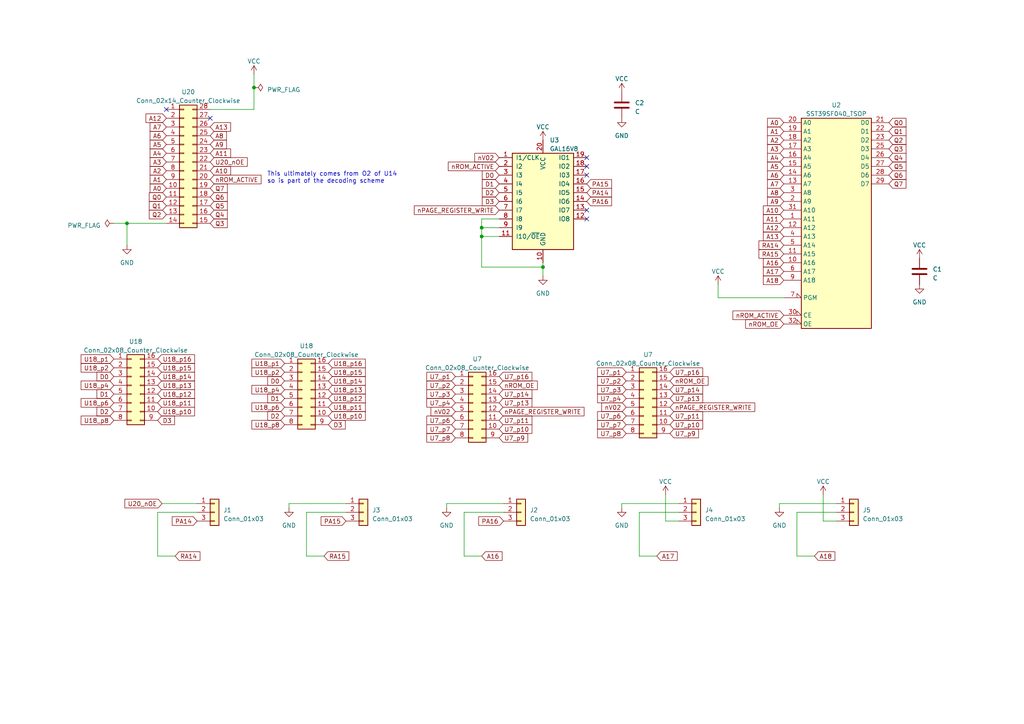
<source format=kicad_sch>
(kicad_sch (version 20230121) (generator eeschema)
  (paper "A4")
  (lib_symbols
    (symbol "CommonProjectLibrary:SST39SF040_TSOP"
      (property "Reference" "U" (at 2.54 33.02 0))
      (property "Value" "SST39SF040_TSOP" (at 0 -30.48 0))
      (symbol "SST39SF040_TSOP_0_0"
        (pin power_in line (at 0 -30.48 90) (length 1.27) hide (name "GND") (number "24"))
        (pin power_in line (at 0 33.02 270) (length 1.27) hide (name "VCC") (number "8"))
      )
      (symbol "SST39SF040_TSOP_0_1"
        (rectangle (start -10.16 31.75) (end 10.16 -29.21) (stroke (width 0.254)) (fill (type background)))
      )
      (symbol "SST39SF040_TSOP_1_1"
        (pin input line (at -15.24 2.54 0) (length 5.08) (name "A11") (number "1"))
        (pin input line (at -15.24 -10.16 0) (length 5.08) (name "A16") (number "10"))
        (pin input line (at -15.24 -7.62 0) (length 5.08) (name "A15") (number "11"))
        (pin input line (at -15.24 0 0) (length 5.08) (name "A12") (number "12"))
        (pin input line (at -15.24 12.7 0) (length 5.08) (name "A7") (number "13"))
        (pin input line (at -15.24 15.24 0) (length 5.08) (name "A6") (number "14"))
        (pin input line (at -15.24 17.78 0) (length 5.08) (name "A5") (number "15"))
        (pin input line (at -15.24 20.32 0) (length 5.08) (name "A4") (number "16"))
        (pin input line (at -15.24 22.86 0) (length 5.08) (name "A3") (number "17"))
        (pin input line (at -15.24 25.4 0) (length 5.08) (name "A2") (number "18"))
        (pin input line (at -15.24 27.94 0) (length 5.08) (name "A1") (number "19"))
        (pin input line (at -15.24 7.62 0) (length 5.08) (name "A9") (number "2"))
        (pin input line (at -15.24 30.48 0) (length 5.08) (name "A0") (number "20"))
        (pin tri_state line (at 15.24 30.48 180) (length 5.08) (name "D0") (number "21"))
        (pin tri_state line (at 15.24 27.94 180) (length 5.08) (name "D1") (number "22"))
        (pin tri_state line (at 15.24 25.4 180) (length 5.08) (name "D2") (number "23"))
        (pin tri_state line (at 15.24 22.86 180) (length 5.08) (name "D3") (number "25"))
        (pin tri_state line (at 15.24 20.32 180) (length 5.08) (name "D4") (number "26"))
        (pin tri_state line (at 15.24 17.78 180) (length 5.08) (name "D5") (number "27"))
        (pin tri_state line (at 15.24 15.24 180) (length 5.08) (name "D6") (number "28"))
        (pin tri_state line (at 15.24 12.7 180) (length 5.08) (name "D7") (number "29"))
        (pin input line (at -15.24 10.16 0) (length 5.08) (name "A8") (number "3"))
        (pin input input_low (at -15.24 -25.4 0) (length 5.08) (name "CE") (number "30"))
        (pin input line (at -15.24 5.08 0) (length 5.08) (name "A10") (number "31"))
        (pin input input_low (at -15.24 -27.94 0) (length 5.08) (name "OE") (number "32"))
        (pin input line (at -15.24 -2.54 0) (length 5.08) (name "A13") (number "4"))
        (pin input line (at -15.24 -5.08 0) (length 5.08) (name "A14") (number "5"))
        (pin input line (at -15.24 -12.7 0) (length 5.08) (name "A17") (number "6"))
        (pin input input_low (at -15.24 -20.32 0) (length 5.08) (name "PGM") (number "7"))
        (pin input line (at -15.24 -15.24 0) (length 5.08) (name "A18") (number "9"))
      )
    )
    (symbol "Connector_Generic:Conn_01x03" (pin_names (offset 1.016) hide)
      (property "Reference" "J" (at 0 5.08 0))
      (property "Value" "Conn_01x03" (at 0 -5.08 0))
      (symbol "Conn_01x03_1_1"
        (rectangle (start -1.27 -2.413) (end 0 -2.667) (stroke (width 0.1524)))
        (rectangle (start -1.27 0.127) (end 0 -0.127) (stroke (width 0.1524)))
        (rectangle (start -1.27 2.667) (end 0 2.413) (stroke (width 0.1524)))
        (rectangle (start -1.27 3.81) (end 1.27 -3.81) (stroke (width 0.254)) (fill (type background)))
        (pin passive line (at -5.08 2.54 0) (length 3.81) (name "Pin_1") (number "1"))
        (pin passive line (at -5.08 0 0) (length 3.81) (name "Pin_2") (number "2"))
        (pin passive line (at -5.08 -2.54 0) (length 3.81) (name "Pin_3") (number "3"))
      )
    )
    (symbol "Connector_Generic:Conn_02x08_Counter_Clockwise" (pin_names (offset 1.016) hide)
      (property "Reference" "J" (at 1.27 10.16 0))
      (property "Value" "Conn_02x08_Counter_Clockwise" (at 1.27 -12.7 0))
      (symbol "Conn_02x08_Counter_Clockwise_1_1"
        (rectangle (start -1.27 -10.033) (end 0 -10.287) (stroke (width 0.1524)))
        (rectangle (start -1.27 -7.493) (end 0 -7.747) (stroke (width 0.1524)))
        (rectangle (start -1.27 -4.953) (end 0 -5.207) (stroke (width 0.1524)))
        (rectangle (start -1.27 -2.413) (end 0 -2.667) (stroke (width 0.1524)))
        (rectangle (start -1.27 0.127) (end 0 -0.127) (stroke (width 0.1524)))
        (rectangle (start -1.27 2.667) (end 0 2.413) (stroke (width 0.1524)))
        (rectangle (start -1.27 5.207) (end 0 4.953) (stroke (width 0.1524)))
        (rectangle (start -1.27 7.747) (end 0 7.493) (stroke (width 0.1524)))
        (rectangle (start -1.27 8.89) (end 3.81 -11.43) (stroke (width 0.254)) (fill (type background)))
        (rectangle (start 3.81 -10.033) (end 2.54 -10.287) (stroke (width 0.1524)))
        (rectangle (start 3.81 -7.493) (end 2.54 -7.747) (stroke (width 0.1524)))
        (rectangle (start 3.81 -4.953) (end 2.54 -5.207) (stroke (width 0.1524)))
        (rectangle (start 3.81 -2.413) (end 2.54 -2.667) (stroke (width 0.1524)))
        (rectangle (start 3.81 0.127) (end 2.54 -0.127) (stroke (width 0.1524)))
        (rectangle (start 3.81 2.667) (end 2.54 2.413) (stroke (width 0.1524)))
        (rectangle (start 3.81 5.207) (end 2.54 4.953) (stroke (width 0.1524)))
        (rectangle (start 3.81 7.747) (end 2.54 7.493) (stroke (width 0.1524)))
        (pin passive line (at -5.08 7.62 0) (length 3.81) (name "Pin_1") (number "1"))
        (pin passive line (at 7.62 -7.62 180) (length 3.81) (name "Pin_10") (number "10"))
        (pin passive line (at 7.62 -5.08 180) (length 3.81) (name "Pin_11") (number "11"))
        (pin passive line (at 7.62 -2.54 180) (length 3.81) (name "Pin_12") (number "12"))
        (pin passive line (at 7.62 0 180) (length 3.81) (name "Pin_13") (number "13"))
        (pin passive line (at 7.62 2.54 180) (length 3.81) (name "Pin_14") (number "14"))
        (pin passive line (at 7.62 5.08 180) (length 3.81) (name "Pin_15") (number "15"))
        (pin passive line (at 7.62 7.62 180) (length 3.81) (name "Pin_16") (number "16"))
        (pin passive line (at -5.08 5.08 0) (length 3.81) (name "Pin_2") (number "2"))
        (pin passive line (at -5.08 2.54 0) (length 3.81) (name "Pin_3") (number "3"))
        (pin passive line (at -5.08 0 0) (length 3.81) (name "Pin_4") (number "4"))
        (pin passive line (at -5.08 -2.54 0) (length 3.81) (name "Pin_5") (number "5"))
        (pin passive line (at -5.08 -5.08 0) (length 3.81) (name "Pin_6") (number "6"))
        (pin passive line (at -5.08 -7.62 0) (length 3.81) (name "Pin_7") (number "7"))
        (pin passive line (at -5.08 -10.16 0) (length 3.81) (name "Pin_8") (number "8"))
        (pin passive line (at 7.62 -10.16 180) (length 3.81) (name "Pin_9") (number "9"))
      )
    )
    (symbol "Connector_Generic:Conn_02x14_Counter_Clockwise" (pin_names (offset 1.016) hide)
      (property "Reference" "J" (at 1.27 17.78 0))
      (property "Value" "Conn_02x14_Counter_Clockwise" (at 1.27 -20.32 0))
      (symbol "Conn_02x14_Counter_Clockwise_1_1"
        (rectangle (start -1.27 -17.653) (end 0 -17.907) (stroke (width 0.1524)))
        (rectangle (start -1.27 -15.113) (end 0 -15.367) (stroke (width 0.1524)))
        (rectangle (start -1.27 -12.573) (end 0 -12.827) (stroke (width 0.1524)))
        (rectangle (start -1.27 -10.033) (end 0 -10.287) (stroke (width 0.1524)))
        (rectangle (start -1.27 -7.493) (end 0 -7.747) (stroke (width 0.1524)))
        (rectangle (start -1.27 -4.953) (end 0 -5.207) (stroke (width 0.1524)))
        (rectangle (start -1.27 -2.413) (end 0 -2.667) (stroke (width 0.1524)))
        (rectangle (start -1.27 0.127) (end 0 -0.127) (stroke (width 0.1524)))
        (rectangle (start -1.27 2.667) (end 0 2.413) (stroke (width 0.1524)))
        (rectangle (start -1.27 5.207) (end 0 4.953) (stroke (width 0.1524)))
        (rectangle (start -1.27 7.747) (end 0 7.493) (stroke (width 0.1524)))
        (rectangle (start -1.27 10.287) (end 0 10.033) (stroke (width 0.1524)))
        (rectangle (start -1.27 12.827) (end 0 12.573) (stroke (width 0.1524)))
        (rectangle (start -1.27 15.367) (end 0 15.113) (stroke (width 0.1524)))
        (rectangle (start -1.27 16.51) (end 3.81 -19.05) (stroke (width 0.254)) (fill (type background)))
        (rectangle (start 3.81 -17.653) (end 2.54 -17.907) (stroke (width 0.1524)))
        (rectangle (start 3.81 -15.113) (end 2.54 -15.367) (stroke (width 0.1524)))
        (rectangle (start 3.81 -12.573) (end 2.54 -12.827) (stroke (width 0.1524)))
        (rectangle (start 3.81 -10.033) (end 2.54 -10.287) (stroke (width 0.1524)))
        (rectangle (start 3.81 -7.493) (end 2.54 -7.747) (stroke (width 0.1524)))
        (rectangle (start 3.81 -4.953) (end 2.54 -5.207) (stroke (width 0.1524)))
        (rectangle (start 3.81 -2.413) (end 2.54 -2.667) (stroke (width 0.1524)))
        (rectangle (start 3.81 0.127) (end 2.54 -0.127) (stroke (width 0.1524)))
        (rectangle (start 3.81 2.667) (end 2.54 2.413) (stroke (width 0.1524)))
        (rectangle (start 3.81 5.207) (end 2.54 4.953) (stroke (width 0.1524)))
        (rectangle (start 3.81 7.747) (end 2.54 7.493) (stroke (width 0.1524)))
        (rectangle (start 3.81 10.287) (end 2.54 10.033) (stroke (width 0.1524)))
        (rectangle (start 3.81 12.827) (end 2.54 12.573) (stroke (width 0.1524)))
        (rectangle (start 3.81 15.367) (end 2.54 15.113) (stroke (width 0.1524)))
        (pin passive line (at -5.08 15.24 0) (length 3.81) (name "Pin_1") (number "1"))
        (pin passive line (at -5.08 -7.62 0) (length 3.81) (name "Pin_10") (number "10"))
        (pin passive line (at -5.08 -10.16 0) (length 3.81) (name "Pin_11") (number "11"))
        (pin passive line (at -5.08 -12.7 0) (length 3.81) (name "Pin_12") (number "12"))
        (pin passive line (at -5.08 -15.24 0) (length 3.81) (name "Pin_13") (number "13"))
        (pin passive line (at -5.08 -17.78 0) (length 3.81) (name "Pin_14") (number "14"))
        (pin passive line (at 7.62 -17.78 180) (length 3.81) (name "Pin_15") (number "15"))
        (pin passive line (at 7.62 -15.24 180) (length 3.81) (name "Pin_16") (number "16"))
        (pin passive line (at 7.62 -12.7 180) (length 3.81) (name "Pin_17") (number "17"))
        (pin passive line (at 7.62 -10.16 180) (length 3.81) (name "Pin_18") (number "18"))
        (pin passive line (at 7.62 -7.62 180) (length 3.81) (name "Pin_19") (number "19"))
        (pin passive line (at -5.08 12.7 0) (length 3.81) (name "Pin_2") (number "2"))
        (pin passive line (at 7.62 -5.08 180) (length 3.81) (name "Pin_20") (number "20"))
        (pin passive line (at 7.62 -2.54 180) (length 3.81) (name "Pin_21") (number "21"))
        (pin passive line (at 7.62 0 180) (length 3.81) (name "Pin_22") (number "22"))
        (pin passive line (at 7.62 2.54 180) (length 3.81) (name "Pin_23") (number "23"))
        (pin passive line (at 7.62 5.08 180) (length 3.81) (name "Pin_24") (number "24"))
        (pin passive line (at 7.62 7.62 180) (length 3.81) (name "Pin_25") (number "25"))
        (pin passive line (at 7.62 10.16 180) (length 3.81) (name "Pin_26") (number "26"))
        (pin passive line (at 7.62 12.7 180) (length 3.81) (name "Pin_27") (number "27"))
        (pin passive line (at 7.62 15.24 180) (length 3.81) (name "Pin_28") (number "28"))
        (pin passive line (at -5.08 10.16 0) (length 3.81) (name "Pin_3") (number "3"))
        (pin passive line (at -5.08 7.62 0) (length 3.81) (name "Pin_4") (number "4"))
        (pin passive line (at -5.08 5.08 0) (length 3.81) (name "Pin_5") (number "5"))
        (pin passive line (at -5.08 2.54 0) (length 3.81) (name "Pin_6") (number "6"))
        (pin passive line (at -5.08 0 0) (length 3.81) (name "Pin_7") (number "7"))
        (pin passive line (at -5.08 -2.54 0) (length 3.81) (name "Pin_8") (number "8"))
        (pin passive line (at -5.08 -5.08 0) (length 3.81) (name "Pin_9") (number "9"))
      )
    )
    (symbol "Device:C" (pin_numbers hide) (pin_names (offset 0.254))
      (property "Reference" "C" (at 0.635 2.54 0))
      (property "Value" "C" (at 0.635 -2.54 0))
      (symbol "C_0_1"
        (polyline (pts (xy -2.032 -0.762) (xy 2.032 -0.762)) (stroke (width 0.508)))
        (polyline (pts (xy -2.032 0.762) (xy 2.032 0.762)) (stroke (width 0.508)))
      )
      (symbol "C_1_1"
        (pin passive line (at 0 3.81 270) (length 2.794) (name "~") (number "1"))
        (pin passive line (at 0 -3.81 90) (length 2.794) (name "~") (number "2"))
      )
    )
    (symbol "Logic_Programmable:GAL16V8" (pin_names (offset 1.016))
      (property "Reference" "U" (at -8.89 16.51 0))
      (property "Value" "GAL16V8" (at 1.27 16.51 0))
      (symbol "GAL16V8_0_0"
        (pin power_in line (at 0 -17.78 90) (length 3.81) (name "GND") (number "10"))
        (pin power_in line (at 0 17.78 270) (length 3.81) (name "VCC") (number "20"))
      )
      (symbol "GAL16V8_0_1"
        (rectangle (start -8.89 13.97) (end 8.89 -13.97) (stroke (width 0.254)) (fill (type background)))
      )
      (symbol "GAL16V8_1_1"
        (pin input line (at -12.7 12.7 0) (length 3.81) (name "I1/CLK") (number "1"))
        (pin input line (at -12.7 -10.16 0) (length 3.81) (name "I10/~{OE}") (number "11"))
        (pin tri_state line (at 12.7 -5.08 180) (length 3.81) (name "IO8") (number "12"))
        (pin tri_state line (at 12.7 -2.54 180) (length 3.81) (name "IO7") (number "13"))
        (pin tri_state line (at 12.7 0 180) (length 3.81) (name "IO6") (number "14"))
        (pin tri_state line (at 12.7 2.54 180) (length 3.81) (name "IO5") (number "15"))
        (pin tri_state line (at 12.7 5.08 180) (length 3.81) (name "IO4") (number "16"))
        (pin tri_state line (at 12.7 7.62 180) (length 3.81) (name "I03") (number "17"))
        (pin tri_state line (at 12.7 10.16 180) (length 3.81) (name "IO2") (number "18"))
        (pin tri_state line (at 12.7 12.7 180) (length 3.81) (name "IO1") (number "19"))
        (pin input line (at -12.7 10.16 0) (length 3.81) (name "I2") (number "2"))
        (pin input line (at -12.7 7.62 0) (length 3.81) (name "I3") (number "3"))
        (pin input line (at -12.7 5.08 0) (length 3.81) (name "I4") (number "4"))
        (pin input line (at -12.7 2.54 0) (length 3.81) (name "I5") (number "5"))
        (pin input line (at -12.7 0 0) (length 3.81) (name "I6") (number "6"))
        (pin input line (at -12.7 -2.54 0) (length 3.81) (name "I7") (number "7"))
        (pin input line (at -12.7 -5.08 0) (length 3.81) (name "I8") (number "8"))
        (pin input line (at -12.7 -7.62 0) (length 3.81) (name "I9") (number "9"))
      )
    )
    (symbol "power:GND" (power) (pin_names (offset 0))
      (property "Value" "GND" (at 0 -3.81 0))
      (symbol "GND_0_1"
        (polyline (pts (xy 0 0) (xy 0 -1.27) (xy 1.27 -1.27) (xy 0 -2.54) (xy -1.27 -1.27) (xy 0 -1.27)))
      )
      (symbol "GND_1_1"
        (pin power_in line (at 0 0 270) (length 0) hide (name "GND") (number "1"))
      )
    )
    (symbol "power:PWR_FLAG" (power) (pin_numbers hide) (pin_names (offset 0) hide)
      (property "Value" "PWR_FLAG" (at 0 3.81 0))
      (symbol "PWR_FLAG_0_0"
        (pin power_out line (at 0 0 90) (length 0) (name "pwr") (number "1"))
      )
      (symbol "PWR_FLAG_0_1"
        (polyline (pts (xy 0 0) (xy 0 1.27) (xy -1.016 1.905) (xy 0 2.54) (xy 1.016 1.905) (xy 0 1.27)))
      )
    )
    (symbol "power:VCC" (power) (pin_names (offset 0))
      (property "Value" "VCC" (at 0 3.81 0))
      (symbol "VCC_0_1"
        (polyline (pts (xy -0.762 1.27) (xy 0 2.54)))
        (polyline (pts (xy 0 0) (xy 0 2.54)))
        (polyline (pts (xy 0 2.54) (xy 0.762 1.27)))
      )
      (symbol "VCC_1_1"
        (pin power_in line (at 0 0 90) (length 0) hide (name "VCC") (number "1"))
      )
    )
  )
  (junction (at 73.66 25.4))
  (junction (at 36.83 64.77))
  (junction (at 139.7 68.58))
  (junction (at 139.7 66.04))
  (junction (at 157.48 77.47))
  (no_connect (at 170.18 60.96))
  (no_connect (at 170.18 45.72))
  (no_connect (at 170.18 63.5))
  (no_connect (at 170.18 50.8))
  (no_connect (at 60.96 34.29))
  (no_connect (at 48.26 31.75))
  (no_connect (at 170.18 48.26))
  (wire (pts (xy 129.54 146.05) (xy 129.54 147.32)))
  (wire (pts (xy 83.82 146.05) (xy 100.33 146.05)))
  (wire (pts (xy 146.05 148.59) (xy 134.62 148.59)))
  (wire (pts (xy 60.96 31.75) (xy 73.66 31.75)))
  (wire (pts (xy 144.78 66.04) (xy 139.7 66.04)))
  (wire (pts (xy 227.33 86.36) (xy 208.28 86.36)))
  (wire (pts (xy 157.48 77.47) (xy 157.48 76.2)))
  (wire (pts (xy 196.85 148.59) (xy 185.42 148.59)))
  (wire (pts (xy 100.33 148.59) (xy 88.9 148.59)))
  (wire (pts (xy 139.7 66.04) (xy 139.7 68.58)))
  (wire (pts (xy 144.78 63.5) (xy 139.7 63.5)))
  (wire (pts (xy 238.76 143.51) (xy 238.76 151.13)))
  (wire (pts (xy 33.02 64.77) (xy 36.83 64.77)))
  (wire (pts (xy 57.15 148.59) (xy 45.72 148.59)))
  (wire (pts (xy 231.14 161.29) (xy 236.22 161.29)))
  (wire (pts (xy 134.62 161.29) (xy 139.7 161.29)))
  (wire (pts (xy 46.99 146.05) (xy 57.15 146.05)))
  (wire (pts (xy 134.62 148.59) (xy 134.62 161.29)))
  (wire (pts (xy 139.7 63.5) (xy 139.7 66.04)))
  (wire (pts (xy 45.72 148.59) (xy 45.72 161.29)))
  (wire (pts (xy 193.04 143.51) (xy 193.04 151.13)))
  (wire (pts (xy 180.34 146.05) (xy 196.85 146.05)))
  (wire (pts (xy 157.48 77.47) (xy 157.48 80.01)))
  (wire (pts (xy 226.06 146.05) (xy 226.06 147.32)))
  (wire (pts (xy 208.28 86.36) (xy 208.28 82.55)))
  (wire (pts (xy 185.42 161.29) (xy 190.5 161.29)))
  (wire (pts (xy 73.66 25.4) (xy 73.66 21.59)))
  (wire (pts (xy 73.66 31.75) (xy 73.66 25.4)))
  (wire (pts (xy 193.04 151.13) (xy 196.85 151.13)))
  (wire (pts (xy 88.9 161.29) (xy 93.98 161.29)))
  (wire (pts (xy 242.57 148.59) (xy 231.14 148.59)))
  (wire (pts (xy 139.7 68.58) (xy 139.7 77.47)))
  (wire (pts (xy 36.83 64.77) (xy 36.83 71.12)))
  (wire (pts (xy 185.42 148.59) (xy 185.42 161.29)))
  (wire (pts (xy 238.76 151.13) (xy 242.57 151.13)))
  (wire (pts (xy 180.34 146.05) (xy 180.34 147.32)))
  (wire (pts (xy 129.54 146.05) (xy 146.05 146.05)))
  (wire (pts (xy 45.72 161.29) (xy 50.8 161.29)))
  (wire (pts (xy 144.78 68.58) (xy 139.7 68.58)))
  (wire (pts (xy 231.14 148.59) (xy 231.14 161.29)))
  (wire (pts (xy 48.26 64.77) (xy 36.83 64.77)))
  (wire (pts (xy 139.7 77.47) (xy 157.48 77.47)))
  (wire (pts (xy 88.9 148.59) (xy 88.9 161.29)))
  (wire (pts (xy 83.82 146.05) (xy 83.82 147.32)))
  (wire (pts (xy 226.06 146.05) (xy 242.57 146.05)))
  (text "This ultimately comes from O2 of U14 \nso is part of the decoding scheme" (at 77.47 53.34 0) (effects (font (size 1.27 1.27)) (justify left bottom)))
  (global_label "A6" (shape input) (at 227.33 50.8 180) (property "Intersheetrefs" "${INTERSHEET_REFS}" (effects hide)))
  (global_label "nROM_OE" (shape input) (at 194.31 110.49 0) (property "Intersheetrefs" "${INTERSHEET_REFS}" (effects hide)))
  (global_label "RA14" (shape input) (at 227.33 71.12 180) (property "Intersheetrefs" "${INTERSHEET_REFS}" (effects hide)))
  (global_label "A16" (shape input) (at 227.33 76.2 180) (property "Intersheetrefs" "${INTERSHEET_REFS}" (effects hide)))
  (global_label "RA15" (shape input) (at 227.33 73.66 180) (property "Intersheetrefs" "${INTERSHEET_REFS}" (effects hide)))
  (global_label "U7_p1" (shape input) (at 132.08 109.22 180) (property "Intersheetrefs" "${INTERSHEET_REFS}" (effects hide)))
  (global_label "Q0" (shape input) (at 48.26 57.15 180) (property "Intersheetrefs" "${INTERSHEET_REFS}" (effects hide)))
  (global_label "nV02" (shape input) (at 181.61 118.11 180) (property "Intersheetrefs" "${INTERSHEET_REFS}" (effects hide)))
  (global_label "U7_p7" (shape input) (at 132.08 124.46 180) (property "Intersheetrefs" "${INTERSHEET_REFS}" (effects hide)))
  (global_label "U18_p11" (shape input) (at 95.25 118.11 0) (property "Intersheetrefs" "${INTERSHEET_REFS}" (effects hide)))
  (global_label "U18_p13" (shape input) (at 45.72 111.76 0) (property "Intersheetrefs" "${INTERSHEET_REFS}" (effects hide)))
  (global_label "U18_p16" (shape input) (at 45.72 104.14 0) (property "Intersheetrefs" "${INTERSHEET_REFS}" (effects hide)))
  (global_label "D1" (shape input) (at 144.78 53.34 180) (property "Intersheetrefs" "${INTERSHEET_REFS}" (effects hide)))
  (global_label "Q4" (shape input) (at 257.81 45.72 0) (property "Intersheetrefs" "${INTERSHEET_REFS}" (effects hide)))
  (global_label "D2" (shape input) (at 144.78 55.88 180) (property "Intersheetrefs" "${INTERSHEET_REFS}" (effects hide)))
  (global_label "A17" (shape input) (at 227.33 78.74 180) (property "Intersheetrefs" "${INTERSHEET_REFS}" (effects hide)))
  (global_label "nPAGE_REGISTER_WRITE" (shape input) (at 144.78 60.96 180) (property "Intersheetrefs" "${INTERSHEET_REFS}" (effects hide)))
  (global_label "A12" (shape input) (at 48.26 34.29 180) (property "Intersheetrefs" "${INTERSHEET_REFS}" (effects hide)))
  (global_label "A9" (shape input) (at 60.96 41.91 0) (property "Intersheetrefs" "${INTERSHEET_REFS}" (effects hide)))
  (global_label "D0" (shape input) (at 82.55 110.49 180) (property "Intersheetrefs" "${INTERSHEET_REFS}" (effects hide)))
  (global_label "A3" (shape input) (at 227.33 43.18 180) (property "Intersheetrefs" "${INTERSHEET_REFS}" (effects hide)))
  (global_label "U18_p4" (shape input) (at 82.55 113.03 180) (property "Intersheetrefs" "${INTERSHEET_REFS}" (effects hide)))
  (global_label "U7_p4" (shape input) (at 181.61 115.57 180) (property "Intersheetrefs" "${INTERSHEET_REFS}" (effects hide)))
  (global_label "U7_p14" (shape input) (at 194.31 113.03 0) (property "Intersheetrefs" "${INTERSHEET_REFS}" (effects hide)))
  (global_label "U18_p12" (shape input) (at 45.72 114.3 0) (property "Intersheetrefs" "${INTERSHEET_REFS}" (effects hide)))
  (global_label "Q1" (shape input) (at 48.26 59.69 180) (property "Intersheetrefs" "${INTERSHEET_REFS}" (effects hide)))
  (global_label "Q7" (shape input) (at 257.81 53.34 0) (property "Intersheetrefs" "${INTERSHEET_REFS}" (effects hide)))
  (global_label "U20_nOE" (shape input) (at 46.99 146.05 180) (property "Intersheetrefs" "${INTERSHEET_REFS}" (effects hide)))
  (global_label "U7_p2" (shape input) (at 181.61 110.49 180) (property "Intersheetrefs" "${INTERSHEET_REFS}" (effects hide)))
  (global_label "U7_p16" (shape input) (at 144.78 109.22 0) (property "Intersheetrefs" "${INTERSHEET_REFS}" (effects hide)))
  (global_label "Q1" (shape input) (at 257.81 38.1 0) (property "Intersheetrefs" "${INTERSHEET_REFS}" (effects hide)))
  (global_label "A2" (shape input) (at 48.26 49.53 180) (property "Intersheetrefs" "${INTERSHEET_REFS}" (effects hide)))
  (global_label "A7" (shape input) (at 227.33 53.34 180) (property "Intersheetrefs" "${INTERSHEET_REFS}" (effects hide)))
  (global_label "U18_p6" (shape input) (at 33.02 116.84 180) (property "Intersheetrefs" "${INTERSHEET_REFS}" (effects hide)))
  (global_label "PA16" (shape input) (at 170.18 58.42 0) (property "Intersheetrefs" "${INTERSHEET_REFS}" (effects hide)))
  (global_label "U7_p14" (shape input) (at 144.78 114.3 0) (property "Intersheetrefs" "${INTERSHEET_REFS}" (effects hide)))
  (global_label "A5" (shape input) (at 48.26 41.91 180) (property "Intersheetrefs" "${INTERSHEET_REFS}" (effects hide)))
  (global_label "A8" (shape input) (at 227.33 55.88 180) (property "Intersheetrefs" "${INTERSHEET_REFS}" (effects hide)))
  (global_label "U7_p7" (shape input) (at 181.61 123.19 180) (property "Intersheetrefs" "${INTERSHEET_REFS}" (effects hide)))
  (global_label "U18_p14" (shape input) (at 95.25 110.49 0) (property "Intersheetrefs" "${INTERSHEET_REFS}" (effects hide)))
  (global_label "U7_p11" (shape input) (at 144.78 121.92 0) (property "Intersheetrefs" "${INTERSHEET_REFS}" (effects hide)))
  (global_label "A1" (shape input) (at 48.26 52.07 180) (property "Intersheetrefs" "${INTERSHEET_REFS}" (effects hide)))
  (global_label "U7_p8" (shape input) (at 132.08 127 180) (property "Intersheetrefs" "${INTERSHEET_REFS}" (effects hide)))
  (global_label "nPAGE_REGISTER_WRITE" (shape input) (at 194.31 118.11 0) (property "Intersheetrefs" "${INTERSHEET_REFS}" (effects hide)))
  (global_label "D0" (shape input) (at 144.78 50.8 180) (property "Intersheetrefs" "${INTERSHEET_REFS}" (effects hide)))
  (global_label "A16" (shape input) (at 139.7 161.29 0) (property "Intersheetrefs" "${INTERSHEET_REFS}" (effects hide)))
  (global_label "U18_p10" (shape input) (at 95.25 120.65 0) (property "Intersheetrefs" "${INTERSHEET_REFS}" (effects hide)))
  (global_label "U18_p10" (shape input) (at 45.72 119.38 0) (property "Intersheetrefs" "${INTERSHEET_REFS}" (effects hide)))
  (global_label "D3" (shape input) (at 45.72 121.92 0) (property "Intersheetrefs" "${INTERSHEET_REFS}" (effects hide)))
  (global_label "D1" (shape input) (at 33.02 114.3 180) (property "Intersheetrefs" "${INTERSHEET_REFS}" (effects hide)))
  (global_label "nROM_ACTIVE" (shape input) (at 60.96 52.07 0) (property "Intersheetrefs" "${INTERSHEET_REFS}" (effects hide)))
  (global_label "U18_p2" (shape input) (at 82.55 107.95 180) (property "Intersheetrefs" "${INTERSHEET_REFS}" (effects hide)))
  (global_label "Q4" (shape input) (at 60.96 62.23 0) (property "Intersheetrefs" "${INTERSHEET_REFS}" (effects hide)))
  (global_label "U18_p1" (shape input) (at 82.55 105.41 180) (property "Intersheetrefs" "${INTERSHEET_REFS}" (effects hide)))
  (global_label "A7" (shape input) (at 48.26 36.83 180) (property "Intersheetrefs" "${INTERSHEET_REFS}" (effects hide)))
  (global_label "RA14" (shape input) (at 50.8 161.29 0) (property "Intersheetrefs" "${INTERSHEET_REFS}" (effects hide)))
  (global_label "U7_p1" (shape input) (at 181.61 107.95 180) (property "Intersheetrefs" "${INTERSHEET_REFS}" (effects hide)))
  (global_label "U18_p15" (shape input) (at 45.72 106.68 0) (property "Intersheetrefs" "${INTERSHEET_REFS}" (effects hide)))
  (global_label "U7_p11" (shape input) (at 194.31 120.65 0) (property "Intersheetrefs" "${INTERSHEET_REFS}" (effects hide)))
  (global_label "PA14" (shape input) (at 170.18 55.88 0) (property "Intersheetrefs" "${INTERSHEET_REFS}" (effects hide)))
  (global_label "U18_p13" (shape input) (at 95.25 113.03 0) (property "Intersheetrefs" "${INTERSHEET_REFS}" (effects hide)))
  (global_label "A4" (shape input) (at 48.26 44.45 180) (property "Intersheetrefs" "${INTERSHEET_REFS}" (effects hide)))
  (global_label "U7_p13" (shape input) (at 144.78 116.84 0) (property "Intersheetrefs" "${INTERSHEET_REFS}" (effects hide)))
  (global_label "U18_p11" (shape input) (at 45.72 116.84 0) (property "Intersheetrefs" "${INTERSHEET_REFS}" (effects hide)))
  (global_label "A10" (shape input) (at 60.96 49.53 0) (property "Intersheetrefs" "${INTERSHEET_REFS}" (effects hide)))
  (global_label "A18" (shape input) (at 236.22 161.29 0) (property "Intersheetrefs" "${INTERSHEET_REFS}" (effects hide)))
  (global_label "A17" (shape input) (at 190.5 161.29 0) (property "Intersheetrefs" "${INTERSHEET_REFS}" (effects hide)))
  (global_label "Q7" (shape input) (at 60.96 54.61 0) (property "Intersheetrefs" "${INTERSHEET_REFS}" (effects hide)))
  (global_label "A0" (shape input) (at 48.26 54.61 180) (property "Intersheetrefs" "${INTERSHEET_REFS}" (effects hide)))
  (global_label "U7_p9" (shape input) (at 194.31 125.73 0) (property "Intersheetrefs" "${INTERSHEET_REFS}" (effects hide)))
  (global_label "Q3" (shape input) (at 60.96 64.77 0) (property "Intersheetrefs" "${INTERSHEET_REFS}" (effects hide)))
  (global_label "A8" (shape input) (at 60.96 39.37 0) (property "Intersheetrefs" "${INTERSHEET_REFS}" (effects hide)))
  (global_label "D1" (shape input) (at 82.55 115.57 180) (property "Intersheetrefs" "${INTERSHEET_REFS}" (effects hide)))
  (global_label "Q5" (shape input) (at 60.96 59.69 0) (property "Intersheetrefs" "${INTERSHEET_REFS}" (effects hide)))
  (global_label "PA15" (shape input) (at 170.18 53.34 0) (property "Intersheetrefs" "${INTERSHEET_REFS}" (effects hide)))
  (global_label "U7_p6" (shape input) (at 181.61 120.65 180) (property "Intersheetrefs" "${INTERSHEET_REFS}" (effects hide)))
  (global_label "U20_nOE" (shape input) (at 60.96 46.99 0) (property "Intersheetrefs" "${INTERSHEET_REFS}" (effects hide)))
  (global_label "nROM_ACTIVE" (shape input) (at 227.33 91.44 180) (property "Intersheetrefs" "${INTERSHEET_REFS}" (effects hide)))
  (global_label "U18_p4" (shape input) (at 33.02 111.76 180) (property "Intersheetrefs" "${INTERSHEET_REFS}" (effects hide)))
  (global_label "U7_p2" (shape input) (at 132.08 111.76 180) (property "Intersheetrefs" "${INTERSHEET_REFS}" (effects hide)))
  (global_label "RA15" (shape input) (at 93.98 161.29 0) (property "Intersheetrefs" "${INTERSHEET_REFS}" (effects hide)))
  (global_label "A18" (shape input) (at 227.33 81.28 180) (property "Intersheetrefs" "${INTERSHEET_REFS}" (effects hide)))
  (global_label "Q0" (shape input) (at 257.81 35.56 0) (property "Intersheetrefs" "${INTERSHEET_REFS}" (effects hide)))
  (global_label "A12" (shape input) (at 227.33 66.04 180) (property "Intersheetrefs" "${INTERSHEET_REFS}" (effects hide)))
  (global_label "PA15" (shape input) (at 100.33 151.13 180) (property "Intersheetrefs" "${INTERSHEET_REFS}" (effects hide)))
  (global_label "U18_p15" (shape input) (at 95.25 107.95 0) (property "Intersheetrefs" "${INTERSHEET_REFS}" (effects hide)))
  (global_label "U18_p8" (shape input) (at 82.55 123.19 180) (property "Intersheetrefs" "${INTERSHEET_REFS}" (effects hide)))
  (global_label "PA14" (shape input) (at 57.15 151.13 180) (property "Intersheetrefs" "${INTERSHEET_REFS}" (effects hide)))
  (global_label "nV02" (shape input) (at 144.78 45.72 180) (property "Intersheetrefs" "${INTERSHEET_REFS}" (effects hide)))
  (global_label "U7_p3" (shape input) (at 181.61 113.03 180) (property "Intersheetrefs" "${INTERSHEET_REFS}" (effects hide)))
  (global_label "nROM_ACTIVE" (shape input) (at 144.78 48.26 180) (property "Intersheetrefs" "${INTERSHEET_REFS}" (effects hide)))
  (global_label "Q6" (shape input) (at 60.96 57.15 0) (property "Intersheetrefs" "${INTERSHEET_REFS}" (effects hide)))
  (global_label "A1" (shape input) (at 227.33 38.1 180) (property "Intersheetrefs" "${INTERSHEET_REFS}" (effects hide)))
  (global_label "U18_p1" (shape input) (at 33.02 104.14 180) (property "Intersheetrefs" "${INTERSHEET_REFS}" (effects hide)))
  (global_label "A11" (shape input) (at 227.33 63.5 180) (property "Intersheetrefs" "${INTERSHEET_REFS}" (effects hide)))
  (global_label "D0" (shape input) (at 33.02 109.22 180) (property "Intersheetrefs" "${INTERSHEET_REFS}" (effects hide)))
  (global_label "A13" (shape input) (at 227.33 68.58 180) (property "Intersheetrefs" "${INTERSHEET_REFS}" (effects hide)))
  (global_label "U18_p8" (shape input) (at 33.02 121.92 180) (property "Intersheetrefs" "${INTERSHEET_REFS}" (effects hide)))
  (global_label "A5" (shape input) (at 227.33 48.26 180) (property "Intersheetrefs" "${INTERSHEET_REFS}" (effects hide)))
  (global_label "nROM_OE" (shape input) (at 144.78 111.76 0) (property "Intersheetrefs" "${INTERSHEET_REFS}" (effects hide)))
  (global_label "U7_p4" (shape input) (at 132.08 116.84 180) (property "Intersheetrefs" "${INTERSHEET_REFS}" (effects hide)))
  (global_label "D2" (shape input) (at 82.55 120.65 180) (property "Intersheetrefs" "${INTERSHEET_REFS}" (effects hide)))
  (global_label "Q2" (shape input) (at 48.26 62.23 180) (property "Intersheetrefs" "${INTERSHEET_REFS}" (effects hide)))
  (global_label "U7_p10" (shape input) (at 194.31 123.19 0) (property "Intersheetrefs" "${INTERSHEET_REFS}" (effects hide)))
  (global_label "U18_p6" (shape input) (at 82.55 118.11 180) (property "Intersheetrefs" "${INTERSHEET_REFS}" (effects hide)))
  (global_label "A4" (shape input) (at 227.33 45.72 180) (property "Intersheetrefs" "${INTERSHEET_REFS}" (effects hide)))
  (global_label "Q6" (shape input) (at 257.81 50.8 0) (property "Intersheetrefs" "${INTERSHEET_REFS}" (effects hide)))
  (global_label "Q3" (shape input) (at 257.81 43.18 0) (property "Intersheetrefs" "${INTERSHEET_REFS}" (effects hide)))
  (global_label "A6" (shape input) (at 48.26 39.37 180) (property "Intersheetrefs" "${INTERSHEET_REFS}" (effects hide)))
  (global_label "U7_p10" (shape input) (at 144.78 124.46 0) (property "Intersheetrefs" "${INTERSHEET_REFS}" (effects hide)))
  (global_label "U18_p12" (shape input) (at 95.25 115.57 0) (property "Intersheetrefs" "${INTERSHEET_REFS}" (effects hide)))
  (global_label "A10" (shape input) (at 227.33 60.96 180) (property "Intersheetrefs" "${INTERSHEET_REFS}" (effects hide)))
  (global_label "D3" (shape input) (at 144.78 58.42 180) (property "Intersheetrefs" "${INTERSHEET_REFS}" (effects hide)))
  (global_label "U7_p3" (shape input) (at 132.08 114.3 180) (property "Intersheetrefs" "${INTERSHEET_REFS}" (effects hide)))
  (global_label "A13" (shape input) (at 60.96 36.83 0) (property "Intersheetrefs" "${INTERSHEET_REFS}" (effects hide)))
  (global_label "A3" (shape input) (at 48.26 46.99 180) (property "Intersheetrefs" "${INTERSHEET_REFS}" (effects hide)))
  (global_label "D3" (shape input) (at 95.25 123.19 0) (property "Intersheetrefs" "${INTERSHEET_REFS}" (effects hide)))
  (global_label "U18_p16" (shape input) (at 95.25 105.41 0) (property "Intersheetrefs" "${INTERSHEET_REFS}" (effects hide)))
  (global_label "Q2" (shape input) (at 257.81 40.64 0) (property "Intersheetrefs" "${INTERSHEET_REFS}" (effects hide)))
  (global_label "U18_p14" (shape input) (at 45.72 109.22 0) (property "Intersheetrefs" "${INTERSHEET_REFS}" (effects hide)))
  (global_label "U7_p8" (shape input) (at 181.61 125.73 180) (property "Intersheetrefs" "${INTERSHEET_REFS}" (effects hide)))
  (global_label "PA16" (shape input) (at 146.05 151.13 180) (property "Intersheetrefs" "${INTERSHEET_REFS}" (effects hide)))
  (global_label "U7_p6" (shape input) (at 132.08 121.92 180) (property "Intersheetrefs" "${INTERSHEET_REFS}" (effects hide)))
  (global_label "nROM_OE" (shape input) (at 227.33 93.98 180) (property "Intersheetrefs" "${INTERSHEET_REFS}" (effects hide)))
  (global_label "U7_p9" (shape input) (at 144.78 127 0) (property "Intersheetrefs" "${INTERSHEET_REFS}" (effects hide)))
  (global_label "nV02" (shape input) (at 132.08 119.38 180) (property "Intersheetrefs" "${INTERSHEET_REFS}" (effects hide)))
  (global_label "A11" (shape input) (at 60.96 44.45 0) (property "Intersheetrefs" "${INTERSHEET_REFS}" (effects hide)))
  (global_label "D2" (shape input) (at 33.02 119.38 180) (property "Intersheetrefs" "${INTERSHEET_REFS}" (effects hide)))
  (global_label "A2" (shape input) (at 227.33 40.64 180) (property "Intersheetrefs" "${INTERSHEET_REFS}" (effects hide)))
  (global_label "U18_p2" (shape input) (at 33.02 106.68 180) (property "Intersheetrefs" "${INTERSHEET_REFS}" (effects hide)))
  (global_label "U7_p16" (shape input) (at 194.31 107.95 0) (property "Intersheetrefs" "${INTERSHEET_REFS}" (effects hide)))
  (global_label "A0" (shape input) (at 227.33 35.56 180) (property "Intersheetrefs" "${INTERSHEET_REFS}" (effects hide)))
  (global_label "Q5" (shape input) (at 257.81 48.26 0) (property "Intersheetrefs" "${INTERSHEET_REFS}" (effects hide)))
  (global_label "A9" (shape input) (at 227.33 58.42 180) (property "Intersheetrefs" "${INTERSHEET_REFS}" (effects hide)))
  (global_label "nPAGE_REGISTER_WRITE" (shape input) (at 144.78 119.38 0) (property "Intersheetrefs" "${INTERSHEET_REFS}" (effects hide)))
  (global_label "U7_p13" (shape input) (at 194.31 115.57 0) (property "Intersheetrefs" "${INTERSHEET_REFS}" (effects hide)))
  (symbol (lib_id "CommonProjectLibrary:SST39SF040_TSOP") (at 242.57 66.04 0) (unit 1)
    (property "Reference" "U2" (at 242.57 30.48 0))
    (property "Value" "SST39SF040_TSOP" (at 242.57 33.02 0))
    (property "Footprint" "project-common:TSOP-I-32_14mmx8mm_P0.5mm" (effects hide))
    (property "Datasheet" "http://ww1.microchip.com/downloads/en/DeviceDoc/25022B.pdf" (effects hide))
    (instances (project "DataIOROM" (path "" (reference "U2") (unit 1)) (path "" (reference "U2") (unit 1)) (path "" (reference "U2") (unit 1))) (project "DataIODecode" (path "" (reference "U1") (unit 1))))
  )
  (symbol (lib_id "Connector_Generic:Conn_01x03") (at 151.13 148.59 0) (unit 1)
    (property "Reference" "J2" (at 153.67 147.955 0) (effects (justify left)))
    (property "Value" "Conn_01x03" (at 153.67 150.495 0) (effects (justify left)))
    (property "Footprint" "project-common:JP2_Arrow" (effects hide))
    (instances (project "DataIOROM" (path "" (reference "J2") (unit 1)) (path "" (reference "J3") (unit 1))))
  )
  (symbol (lib_id "Connector_Generic:Conn_02x08_Counter_Clockwise") (at 137.16 116.84 0) (unit 1)
    (property "Reference" "U7" (at 138.43 104.14 0))
    (property "Value" "Conn_02x08_Counter_Clockwise" (at 138.43 106.68 0))
    (property "Footprint" "project-common:DIP-16_Frame_Bottom" (effects hide))
  )
  (symbol (lib_id "Device:C") (at 180.34 30.48 0) (unit 1)
    (property "Reference" "C2" (at 184.15 29.845 0) (effects (justify left)))
    (property "Value" "C" (at 184.15 32.385 0) (effects (justify left)))
    (property "Footprint" "Capacitor_SMD:C_0603_1608Metric" (effects hide))
    (instances (project "DataIOROM" (path "" (reference "C2") (unit 1)) (path "" (reference "C1") (unit 1))))
  )
  (symbol (lib_id "power:VCC") (at 266.7 74.93 0) (unit 1)
    (property "Reference" "#PWR07" (effects hide))
    (property "Value" "VCC" (at 266.7 71.12 0))
  )
  (symbol (lib_id "power:PWR_FLAG") (at 73.66 25.4 270) (unit 1)
    (property "Reference" "#FLG01" (effects hide))
    (property "Value" "PWR_FLAG" (at 77.47 26.035 90) (effects (justify left)))
  )
  (symbol (lib_id "power:GND") (at 226.06 147.32 0) (unit 1)
    (property "Reference" "#PWR013" (effects hide))
    (property "Value" "GND" (at 226.06 152.4 0))
    (instances (project "DataIOROM" (path "" (reference "#PWR013") (unit 1)) (path "" (reference "#PWR012") (unit 1))))
  )
  (symbol (lib_id "power:VCC") (at 157.48 40.64 0) (unit 1)
    (property "Reference" "#PWR026" (effects hide))
    (property "Value" "VCC" (at 157.48 36.83 0))
  )
  (symbol (lib_id "power:GND") (at 83.82 147.32 0) (unit 1)
    (property "Reference" "#PWR08" (effects hide))
    (property "Value" "GND" (at 83.82 152.4 0))
    (instances (project "DataIOROM" (path "" (reference "#PWR08") (unit 1)) (path "" (reference "#PWR03") (unit 1))))
  )
  (symbol (lib_id "power:GND") (at 129.54 147.32 0) (unit 1)
    (property "Reference" "#PWR09" (effects hide))
    (property "Value" "GND" (at 129.54 152.4 0))
    (instances (project "DataIOROM" (path "" (reference "#PWR09") (unit 1)) (path "" (reference "#PWR04") (unit 1))))
  )
  (symbol (lib_id "power:VCC") (at 180.34 26.67 0) (unit 1)
    (property "Reference" "#PWR05" (effects hide))
    (property "Value" "VCC" (at 180.34 22.86 0))
  )
  (symbol (lib_id "power:GND") (at 266.7 82.55 0) (unit 1)
    (property "Reference" "#PWR015" (effects hide))
    (property "Value" "GND" (at 266.7 87.63 0))
    (instances (project "DataIOROM" (path "" (reference "#PWR015") (unit 1)) (path "" (reference "#PWR017") (unit 1))))
  )
  (symbol (lib_id "Connector_Generic:Conn_02x08_Counter_Clockwise") (at 38.1 111.76 0) (unit 1)
    (property "Reference" "U18" (at 39.37 99.06 0))
    (property "Value" "Conn_02x08_Counter_Clockwise" (at 39.37 101.6 0))
    (property "Footprint" "project-common:DIP-16_Frame_Bottom" (effects hide))
  )
  (symbol (lib_id "Device:C") (at 266.7 78.74 0) (unit 1)
    (property "Reference" "C1" (at 270.51 78.105 0) (effects (justify left)))
    (property "Value" "C" (at 270.51 80.645 0) (effects (justify left)))
    (property "Footprint" "Capacitor_SMD:C_0603_1608Metric" (effects hide))
    (instances (project "DataIOROM" (path "" (reference "C1") (unit 1)) (path "" (reference "C2") (unit 1))))
  )
  (symbol (lib_id "power:VCC") (at 193.04 143.51 0) (unit 1)
    (property "Reference" "#PWR011" (effects hide))
    (property "Value" "VCC" (at 193.04 139.7 0))
  )
  (symbol (lib_id "power:GND") (at 180.34 34.29 0) (unit 1)
    (property "Reference" "#PWR016" (effects hide))
    (property "Value" "GND" (at 180.34 39.37 0))
    (instances (project "DataIOROM" (path "" (reference "#PWR016") (unit 1)) (path "" (reference "#PWR08") (unit 1))))
  )
  (symbol (lib_id "power:VCC") (at 208.28 82.55 0) (unit 1)
    (property "Reference" "#PWR010" (effects hide))
    (property "Value" "VCC" (at 208.28 78.74 0))
  )
  (symbol (lib_id "power:GND") (at 157.48 80.01 0) (unit 1)
    (property "Reference" "#PWR06" (effects hide))
    (property "Value" "GND" (at 157.48 85.09 0))
  )
  (symbol (lib_id "power:VCC") (at 73.66 21.59 0) (unit 1)
    (property "Reference" "#PWR02" (effects hide))
    (property "Value" "VCC" (at 73.66 17.78 0))
  )
  (symbol (lib_id "power:PWR_FLAG") (at 33.02 64.77 90) (unit 1)
    (property "Reference" "#FLG01" (effects hide))
    (property "Value" "PWR_FLAG" (at 29.21 65.405 90) (effects (justify left)))
    (instances (project "DataIOROM" (path "" (reference "#FLG01") (unit 1)) (path "" (reference "#FLG02") (unit 1))))
  )
  (symbol (lib_id "power:GND") (at 180.34 147.32 0) (unit 1)
    (property "Reference" "#PWR011" (effects hide))
    (property "Value" "GND" (at 180.34 152.4 0))
    (instances (project "DataIOROM" (path "" (reference "#PWR011") (unit 1)) (path "" (reference "#PWR09") (unit 1))))
  )
  (symbol (lib_id "Connector_Generic:Conn_02x14_Counter_Clockwise") (at 53.34 46.99 0) (unit 1)
    (property "Reference" "U20" (at 54.61 26.67 0))
    (property "Value" "Conn_02x14_Counter_Clockwise" (at 54.61 29.21 0))
    (property "Footprint" "Package_DIP:DIP-28_W15.24mm" (effects hide))
  )
  (symbol (lib_id "Logic_Programmable:GAL16V8") (at 157.48 58.42 0) (unit 1)
    (property "Reference" "U3" (at 159.4359 40.64 0) (effects (justify left)))
    (property "Value" "GAL16V8" (at 159.4359 43.18 0) (effects (justify left)))
    (property "Footprint" "Package_DIP:DIP-20_W7.62mm_Socket" (effects hide))
  )
  (symbol (lib_id "Connector_Generic:Conn_01x03") (at 105.41 148.59 0) (unit 1)
    (property "Reference" "J3" (at 107.95 147.955 0) (effects (justify left)))
    (property "Value" "Conn_01x03" (at 107.95 150.495 0) (effects (justify left)))
    (property "Footprint" "project-common:JP2_Arrow" (effects hide))
    (instances (project "DataIOROM" (path "" (reference "J3") (unit 1)) (path "" (reference "J2") (unit 1))))
  )
  (symbol (lib_id "Connector_Generic:Conn_01x03") (at 201.93 148.59 0) (unit 1)
    (property "Reference" "J4" (at 204.47 147.955 0) (effects (justify left)))
    (property "Value" "Conn_01x03" (at 204.47 150.495 0) (effects (justify left)))
    (property "Footprint" "project-common:JP2_Arrow" (effects hide))
  )
  (symbol (lib_id "Connector_Generic:Conn_01x03") (at 62.23 148.59 0) (unit 1)
    (property "Reference" "J1" (at 64.77 147.955 0) (effects (justify left)))
    (property "Value" "Conn_01x03" (at 64.77 150.495 0) (effects (justify left)))
    (property "Footprint" "project-common:JP2_Arrow" (effects hide))
  )
  (symbol (lib_id "Connector_Generic:Conn_02x08_Counter_Clockwise") (at 186.69 115.57 0) (unit 1)
    (property "Reference" "U7" (at 187.96 102.87 0))
    (property "Value" "Conn_02x08_Counter_Clockwise" (at 187.96 105.41 0))
    (property "Footprint" "project-common:DIP-16_Frame" (effects hide))
    (instances (project "DataIOROM" (path "" (reference "U7") (unit 1)) (path "" (reference "U70") (unit 1))))
  )
  (symbol (lib_id "power:GND") (at 36.83 71.12 0) (unit 1)
    (property "Reference" "#PWR02" (effects hide))
    (property "Value" "GND" (at 36.83 76.2 0))
    (instances (project "DataIOROM" (path "" (reference "#PWR02") (unit 1)) (path "" (reference "#PWR01") (unit 1))))
  )
  (symbol (lib_id "power:VCC") (at 238.76 143.51 0) (unit 1)
    (property "Reference" "#PWR013" (effects hide))
    (property "Value" "VCC" (at 238.76 139.7 0))
  )
  (symbol (lib_id "Connector_Generic:Conn_02x08_Counter_Clockwise") (at 87.63 113.03 0) (unit 1)
    (property "Reference" "U18" (at 88.9 100.33 0))
    (property "Value" "Conn_02x08_Counter_Clockwise" (at 88.9 102.87 0))
    (property "Footprint" "project-common:DIP-16_Frame" (effects hide))
    (instances (project "DataIOROM" (path "" (reference "U18") (unit 1)) (path "" (reference "U180") (unit 1))))
  )
  (symbol (lib_id "Connector_Generic:Conn_01x03") (at 247.65 148.59 0) (unit 1)
    (property "Reference" "J5" (at 250.19 147.955 0) (effects (justify left)))
    (property "Value" "Conn_01x03" (at 250.19 150.495 0) (effects (justify left)))
    (property "Footprint" "project-common:JP2_Arrow" (effects hide))
  )
)
</source>
